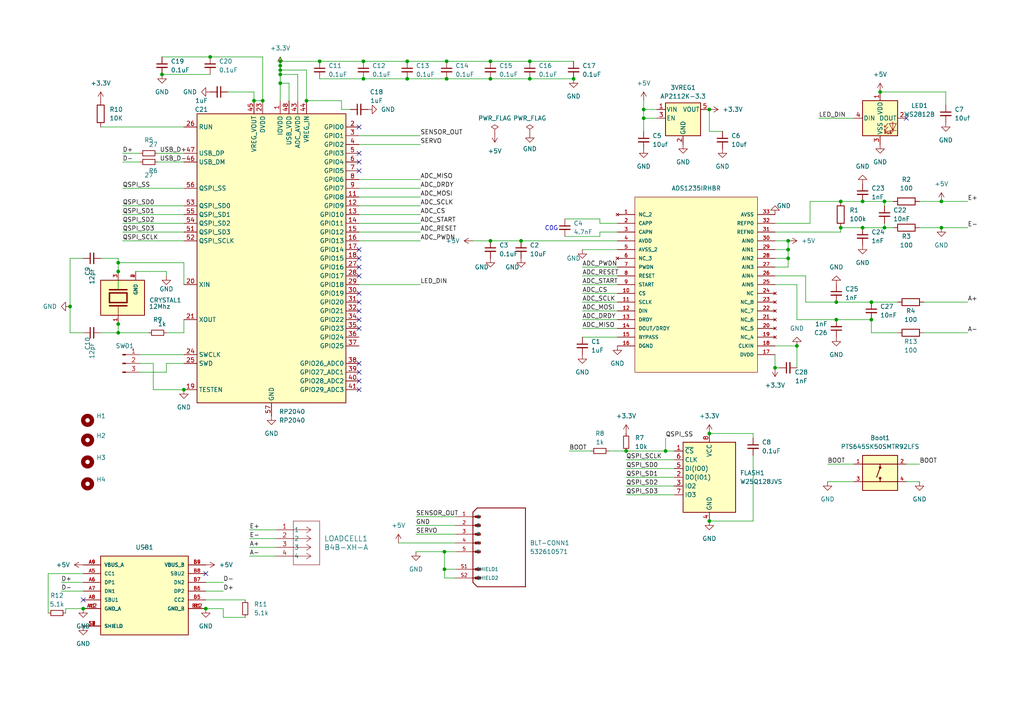
<source format=kicad_sch>
(kicad_sch (version 20230121) (generator eeschema)
  (paper "A4")
  (junction (at 205.74 31.75))
  (junction (at 34.29 93.98))
  (junction (at 118.11 17.78))
  (junction (at 81.28 21.59))
  (junction (at 252.73 92.71))
  (junction (at 193.04 130.81))
  (junction (at 142.24 69.85))
  (junction (at 88.9 29.21))
  (junction (at 142.24 17.78))
  (junction (at 53.34 113.03))
  (junction (at 34.29 76.2))
  (junction (at 73.66 29.21))
  (junction (at 273.05 66.04))
  (junction (at 46.99 21.59))
  (junction (at 224.79 106.68))
  (junction (at 186.69 34.29))
  (junction (at 242.57 87.63))
  (junction (at 81.28 24.13))
  (junction (at 92.71 17.78))
  (junction (at 81.28 17.78))
  (junction (at 250.19 58.42))
  (junction (at 153.67 22.86))
  (junction (at 151.13 69.85))
  (junction (at 81.28 20.32))
  (junction (at 128.905 160.02))
  (junction (at 105.41 22.86))
  (junction (at 34.29 78.74))
  (junction (at 60.96 16.51))
  (junction (at 256.54 66.04))
  (junction (at 129.54 22.86))
  (junction (at 243.84 58.42))
  (junction (at 205.74 151.13))
  (junction (at 118.11 22.86))
  (junction (at 166.37 22.86))
  (junction (at 76.2 29.21))
  (junction (at 129.54 17.78))
  (junction (at 34.29 96.52))
  (junction (at 128.905 165.1))
  (junction (at 228.6 69.85))
  (junction (at 228.6 74.93))
  (junction (at 153.67 17.78))
  (junction (at 255.27 26.67))
  (junction (at 231.14 100.33))
  (junction (at 228.6 72.39))
  (junction (at 105.41 17.78))
  (junction (at 20.32 88.9))
  (junction (at 24.13 176.53))
  (junction (at 252.73 87.63))
  (junction (at 81.28 19.05))
  (junction (at 59.69 176.53))
  (junction (at 250.19 66.04))
  (junction (at 205.74 125.73))
  (junction (at 142.24 22.86))
  (junction (at 181.61 130.81))
  (junction (at 273.05 58.42))
  (junction (at 242.57 92.71))
  (junction (at 256.54 58.42))
  (junction (at 186.69 31.75))
  (junction (at 243.84 66.04))
  (no_connect (at 104.14 77.47))
  (no_connect (at 104.14 107.95))
  (no_connect (at 104.14 80.01))
  (no_connect (at 104.14 49.53))
  (no_connect (at 104.14 85.09))
  (no_connect (at 104.14 95.25))
  (no_connect (at 104.14 92.71))
  (no_connect (at 104.14 87.63))
  (no_connect (at 24.13 173.99))
  (no_connect (at 104.14 74.93))
  (no_connect (at 104.14 113.03))
  (no_connect (at 104.14 105.41))
  (no_connect (at 59.69 166.37))
  (no_connect (at 262.89 34.29))
  (no_connect (at 104.14 44.45))
  (no_connect (at 104.14 110.49))
  (no_connect (at 104.14 36.83))
  (no_connect (at 104.14 72.39))
  (no_connect (at 104.14 46.99))
  (no_connect (at 104.14 90.17))
  (wire (pts (xy 99.06 31.75) (xy 99.06 29.21)))
  (wire (pts (xy 274.32 26.67) (xy 255.27 26.67)))
  (wire (pts (xy 86.36 29.21) (xy 86.36 21.59)))
  (wire (pts (xy 40.64 102.87) (xy 53.34 102.87)))
  (wire (pts (xy 104.14 54.61) (xy 121.92 54.61)))
  (wire (pts (xy 186.69 34.29) (xy 190.5 34.29)))
  (wire (pts (xy 252.73 87.63) (xy 260.35 87.63)))
  (wire (pts (xy 48.26 107.95) (xy 40.64 107.95)))
  (wire (pts (xy 35.56 46.99) (xy 40.64 46.99)))
  (wire (pts (xy 266.7 66.04) (xy 273.05 66.04)))
  (wire (pts (xy 34.29 78.74) (xy 34.29 83.82)))
  (wire (pts (xy 46.99 21.59) (xy 60.96 21.59)))
  (wire (pts (xy 46.99 16.51) (xy 60.96 16.51)))
  (wire (pts (xy 53.34 76.2) (xy 53.34 82.55)))
  (wire (pts (xy 73.66 26.67) (xy 73.66 29.21)))
  (wire (pts (xy 181.61 133.35) (xy 195.58 133.35)))
  (wire (pts (xy 104.14 41.91) (xy 121.92 41.91)))
  (wire (pts (xy 224.79 82.55) (xy 231.14 82.55)))
  (wire (pts (xy 243.84 67.31) (xy 243.84 66.04)))
  (wire (pts (xy 72.39 153.67) (xy 80.01 153.67)))
  (wire (pts (xy 205.74 38.1) (xy 205.74 31.75)))
  (wire (pts (xy 193.04 130.81) (xy 195.58 130.81)))
  (wire (pts (xy 256.54 58.42) (xy 259.08 58.42)))
  (wire (pts (xy 242.57 87.63) (xy 252.73 87.63)))
  (wire (pts (xy 72.39 156.21) (xy 80.01 156.21)))
  (wire (pts (xy 17.78 168.91) (xy 24.13 168.91)))
  (wire (pts (xy 104.14 64.77) (xy 121.92 64.77)))
  (wire (pts (xy 231.14 100.33) (xy 231.14 106.68)))
  (wire (pts (xy 64.77 176.53) (xy 59.69 176.53)))
  (wire (pts (xy 193.04 127) (xy 193.04 130.81)))
  (wire (pts (xy 168.91 80.01) (xy 179.07 80.01)))
  (wire (pts (xy 256.54 58.42) (xy 256.54 59.69)))
  (wire (pts (xy 105.41 17.78) (xy 118.11 17.78)))
  (wire (pts (xy 104.14 62.23) (xy 121.92 62.23)))
  (wire (pts (xy 228.6 77.47) (xy 228.6 74.93)))
  (wire (pts (xy 173.99 67.31) (xy 179.07 67.31)))
  (wire (pts (xy 92.71 17.78) (xy 81.28 17.78)))
  (wire (pts (xy 40.64 105.41) (xy 44.45 105.41)))
  (wire (pts (xy 250.19 66.04) (xy 256.54 66.04)))
  (wire (pts (xy 224.79 102.87) (xy 224.79 106.68)))
  (wire (pts (xy 83.82 24.13) (xy 81.28 24.13)))
  (wire (pts (xy 168.91 97.79) (xy 179.07 97.79)))
  (wire (pts (xy 45.72 44.45) (xy 53.34 44.45)))
  (wire (pts (xy 153.67 17.78) (xy 166.37 17.78)))
  (wire (pts (xy 34.29 91.44) (xy 34.29 93.98)))
  (wire (pts (xy 228.6 74.93) (xy 228.6 72.39)))
  (wire (pts (xy 19.05 176.53) (xy 24.13 176.53)))
  (wire (pts (xy 76.2 16.51) (xy 60.96 16.51)))
  (wire (pts (xy 105.41 22.86) (xy 118.11 22.86)))
  (wire (pts (xy 76.2 16.51) (xy 76.2 29.21)))
  (wire (pts (xy 120.65 152.4) (xy 132.08 152.4)))
  (wire (pts (xy 224.79 67.31) (xy 243.84 67.31)))
  (wire (pts (xy 48.26 105.41) (xy 48.26 107.95)))
  (wire (pts (xy 81.28 16.51) (xy 81.28 17.78)))
  (wire (pts (xy 59.69 171.45) (xy 64.77 171.45)))
  (wire (pts (xy 81.28 21.59) (xy 81.28 24.13)))
  (wire (pts (xy 151.13 69.85) (xy 179.07 69.85)))
  (wire (pts (xy 262.89 139.7) (xy 266.7 139.7)))
  (wire (pts (xy 44.45 113.03) (xy 53.34 113.03)))
  (wire (pts (xy 233.68 80.01) (xy 233.68 87.63)))
  (wire (pts (xy 233.68 87.63) (xy 242.57 87.63)))
  (wire (pts (xy 104.14 57.15) (xy 121.92 57.15)))
  (wire (pts (xy 48.26 96.52) (xy 53.34 96.52)))
  (wire (pts (xy 237.49 34.29) (xy 247.65 34.29)))
  (wire (pts (xy 104.14 52.07) (xy 121.92 52.07)))
  (wire (pts (xy 118.11 17.78) (xy 129.54 17.78)))
  (wire (pts (xy 168.91 85.09) (xy 179.07 85.09)))
  (wire (pts (xy 186.69 29.21) (xy 186.69 31.75)))
  (wire (pts (xy 88.9 20.32) (xy 81.28 20.32)))
  (wire (pts (xy 260.35 96.52) (xy 252.73 96.52)))
  (wire (pts (xy 181.61 130.81) (xy 193.04 130.81)))
  (wire (pts (xy 53.34 96.52) (xy 53.34 92.71)))
  (wire (pts (xy 35.56 44.45) (xy 40.64 44.45)))
  (wire (pts (xy 73.66 29.21) (xy 76.2 29.21)))
  (wire (pts (xy 224.79 77.47) (xy 228.6 77.47)))
  (wire (pts (xy 48.26 105.41) (xy 53.34 105.41)))
  (wire (pts (xy 99.06 29.21) (xy 88.9 29.21)))
  (wire (pts (xy 234.95 64.77) (xy 234.95 58.42)))
  (wire (pts (xy 120.65 149.86) (xy 132.08 149.86)))
  (wire (pts (xy 92.71 22.86) (xy 105.41 22.86)))
  (wire (pts (xy 273.05 58.42) (xy 280.67 58.42)))
  (wire (pts (xy 35.56 62.23) (xy 53.34 62.23)))
  (wire (pts (xy 17.78 171.45) (xy 24.13 171.45)))
  (wire (pts (xy 104.14 82.55) (xy 121.92 82.55)))
  (wire (pts (xy 128.905 160.02) (xy 132.08 160.02)))
  (wire (pts (xy 19.05 177.8) (xy 19.05 176.53)))
  (wire (pts (xy 34.29 76.2) (xy 34.29 78.74)))
  (wire (pts (xy 224.79 72.39) (xy 228.6 72.39)))
  (wire (pts (xy 250.19 58.42) (xy 256.54 58.42)))
  (wire (pts (xy 29.21 74.93) (xy 34.29 74.93)))
  (wire (pts (xy 240.03 134.62) (xy 247.65 134.62)))
  (wire (pts (xy 48.26 78.74) (xy 39.37 78.74)))
  (wire (pts (xy 266.7 58.42) (xy 273.05 58.42)))
  (wire (pts (xy 181.61 138.43) (xy 195.58 138.43)))
  (wire (pts (xy 186.69 31.75) (xy 190.5 31.75)))
  (wire (pts (xy 252.73 96.52) (xy 252.73 92.71)))
  (wire (pts (xy 142.24 17.78) (xy 153.67 17.78)))
  (wire (pts (xy 137.16 69.85) (xy 142.24 69.85)))
  (wire (pts (xy 45.72 46.99) (xy 53.34 46.99)))
  (wire (pts (xy 224.79 74.93) (xy 228.6 74.93)))
  (wire (pts (xy 262.89 134.62) (xy 266.7 134.62)))
  (wire (pts (xy 209.55 38.1) (xy 205.74 38.1)))
  (wire (pts (xy 165.1 130.81) (xy 171.45 130.81)))
  (wire (pts (xy 88.9 29.21) (xy 88.9 20.32)))
  (wire (pts (xy 186.69 31.75) (xy 186.69 34.29)))
  (wire (pts (xy 104.14 39.37) (xy 121.92 39.37)))
  (wire (pts (xy 104.14 69.85) (xy 121.92 69.85)))
  (wire (pts (xy 181.61 135.89) (xy 195.58 135.89)))
  (wire (pts (xy 120.65 160.02) (xy 128.905 160.02)))
  (wire (pts (xy 231.14 82.55) (xy 231.14 92.71)))
  (wire (pts (xy 168.91 92.71) (xy 179.07 92.71)))
  (wire (pts (xy 243.84 66.04) (xy 250.19 66.04)))
  (wire (pts (xy 228.6 72.39) (xy 228.6 69.85)))
  (wire (pts (xy 132.08 167.64) (xy 128.905 167.64)))
  (wire (pts (xy 115.57 157.48) (xy 132.08 157.48)))
  (wire (pts (xy 81.28 19.05) (xy 81.28 20.32)))
  (wire (pts (xy 81.28 24.13) (xy 81.28 29.21)))
  (wire (pts (xy 224.79 64.77) (xy 234.95 64.77)))
  (wire (pts (xy 218.44 132.08) (xy 218.44 151.13)))
  (wire (pts (xy 59.69 173.99) (xy 71.12 173.99)))
  (wire (pts (xy 168.91 95.25) (xy 179.07 95.25)))
  (wire (pts (xy 274.32 30.48) (xy 274.32 26.67)))
  (wire (pts (xy 34.29 96.52) (xy 29.21 96.52)))
  (wire (pts (xy 129.54 17.78) (xy 142.24 17.78)))
  (wire (pts (xy 267.97 96.52) (xy 280.67 96.52)))
  (wire (pts (xy 72.39 161.29) (xy 80.01 161.29)))
  (wire (pts (xy 48.26 80.01) (xy 48.26 78.74)))
  (wire (pts (xy 181.61 140.97) (xy 195.58 140.97)))
  (wire (pts (xy 273.05 66.04) (xy 280.67 66.04)))
  (wire (pts (xy 128.905 165.1) (xy 132.08 165.1)))
  (wire (pts (xy 173.99 63.5) (xy 163.83 63.5)))
  (wire (pts (xy 128.905 160.02) (xy 128.905 165.1)))
  (wire (pts (xy 35.56 67.31) (xy 53.34 67.31)))
  (wire (pts (xy 20.32 96.52) (xy 20.32 88.9)))
  (wire (pts (xy 186.69 34.29) (xy 186.69 38.1)))
  (wire (pts (xy 24.13 74.93) (xy 20.32 74.93)))
  (wire (pts (xy 168.91 90.17) (xy 179.07 90.17)))
  (wire (pts (xy 72.39 158.75) (xy 80.01 158.75)))
  (wire (pts (xy 179.07 64.77) (xy 173.99 64.77)))
  (wire (pts (xy 24.13 96.52) (xy 20.32 96.52)))
  (wire (pts (xy 34.29 93.98) (xy 34.29 96.52)))
  (wire (pts (xy 168.91 87.63) (xy 179.07 87.63)))
  (wire (pts (xy 101.6 31.75) (xy 99.06 31.75)))
  (wire (pts (xy 173.99 64.77) (xy 173.99 63.5)))
  (wire (pts (xy 176.53 130.81) (xy 181.61 130.81)))
  (wire (pts (xy 224.79 100.33) (xy 231.14 100.33)))
  (wire (pts (xy 256.54 66.04) (xy 259.08 66.04)))
  (wire (pts (xy 128.905 165.1) (xy 128.905 167.64)))
  (wire (pts (xy 29.21 36.83) (xy 53.34 36.83)))
  (wire (pts (xy 35.56 54.61) (xy 53.34 54.61)))
  (wire (pts (xy 181.61 143.51) (xy 195.58 143.51)))
  (wire (pts (xy 34.29 74.93) (xy 34.29 76.2)))
  (wire (pts (xy 20.32 74.93) (xy 20.32 88.9)))
  (wire (pts (xy 153.67 22.86) (xy 166.37 22.86)))
  (wire (pts (xy 13.97 166.37) (xy 13.97 177.8)))
  (wire (pts (xy 224.79 106.68) (xy 226.06 106.68)))
  (wire (pts (xy 53.34 76.2) (xy 34.29 76.2)))
  (wire (pts (xy 168.91 77.47) (xy 179.07 77.47)))
  (wire (pts (xy 92.71 17.78) (xy 105.41 17.78)))
  (wire (pts (xy 34.29 96.52) (xy 43.18 96.52)))
  (wire (pts (xy 243.84 58.42) (xy 250.19 58.42)))
  (wire (pts (xy 24.13 166.37) (xy 13.97 166.37)))
  (wire (pts (xy 224.79 69.85) (xy 228.6 69.85)))
  (wire (pts (xy 224.79 80.01) (xy 233.68 80.01)))
  (wire (pts (xy 44.45 105.41) (xy 44.45 113.03)))
  (wire (pts (xy 242.57 92.71) (xy 252.73 92.71)))
  (wire (pts (xy 142.24 22.86) (xy 153.67 22.86)))
  (wire (pts (xy 168.91 72.39) (xy 179.07 72.39)))
  (wire (pts (xy 118.11 22.86) (xy 129.54 22.86)))
  (wire (pts (xy 35.56 69.85) (xy 53.34 69.85)))
  (wire (pts (xy 104.14 59.69) (xy 121.92 59.69)))
  (wire (pts (xy 83.82 29.21) (xy 83.82 24.13)))
  (wire (pts (xy 81.28 20.32) (xy 81.28 21.59)))
  (wire (pts (xy 173.99 68.58) (xy 173.99 67.31)))
  (wire (pts (xy 218.44 127) (xy 218.44 125.73)))
  (wire (pts (xy 120.65 154.94) (xy 132.08 154.94)))
  (wire (pts (xy 71.12 179.07) (xy 64.77 179.07)))
  (wire (pts (xy 234.95 58.42) (xy 243.84 58.42)))
  (wire (pts (xy 104.14 67.31) (xy 121.92 67.31)))
  (wire (pts (xy 168.91 82.55) (xy 179.07 82.55)))
  (wire (pts (xy 35.56 64.77) (xy 53.34 64.77)))
  (wire (pts (xy 240.03 139.7) (xy 247.65 139.7)))
  (wire (pts (xy 231.14 92.71) (xy 242.57 92.71)))
  (wire (pts (xy 64.77 179.07) (xy 64.77 176.53)))
  (wire (pts (xy 142.24 69.85) (xy 151.13 69.85)))
  (wire (pts (xy 218.44 125.73) (xy 205.74 125.73)))
  (wire (pts (xy 163.83 68.58) (xy 173.99 68.58)))
  (wire (pts (xy 129.54 22.86) (xy 142.24 22.86)))
  (wire (pts (xy 218.44 151.13) (xy 205.74 151.13)))
  (wire (pts (xy 86.36 21.59) (xy 81.28 21.59)))
  (wire (pts (xy 59.69 168.91) (xy 64.77 168.91)))
  (wire (pts (xy 81.28 17.78) (xy 81.28 19.05)))
  (wire (pts (xy 66.04 26.67) (xy 73.66 26.67)))
  (wire (pts (xy 267.97 87.63) (xy 280.67 87.63)))
  (wire (pts (xy 35.56 59.69) (xy 53.34 59.69)))
  (wire (pts (xy 256.54 66.04) (xy 256.54 64.77)))
  (text "C0G\n" (at 157.9639 67.0625 0) (effects (font (size 1.27 1.27)) (justify left bottom)))
  (label "ADC_MOSI" (at 121.92 57.15 0))
  (label "E-" (at 280.67 66.04 0))
  (label "D-" (at 17.78 171.45 0))
  (label "LED_DIN" (at 237.49 34.29 0))
  (label "E-" (at 72.39 156.21 0))
  (label "ADC_MISO" (at 121.92 52.07 0))
  (label "GND" (at 120.65 152.4 0))
  (label "E+" (at 280.67 58.42 0))
  (label "D-" (at 64.77 168.91 0))
  (label "ADC_DRDY" (at 121.92 54.61 0))
  (label "D+" (at 35.56 44.45 0))
  (label "QSPI_SD2" (at 181.61 140.97 0))
  (label "USB_D-" (at 46.355 46.99 0))
  (label "ADC_SCLK" (at 121.92 59.69 0))
  (label "ADC_MOSI" (at 168.91 90.17 0))
  (label "QSPI_SD1" (at 181.61 138.43 0))
  (label "QSPI_SD3" (at 35.56 67.31 0))
  (label "QSPI_SD2" (at 35.56 64.77 0))
  (label "SERVO" (at 120.65 154.94 0))
  (label "D+" (at 17.78 168.91 0))
  (label "USB_D+" (at 46.355 44.45 0))
  (label "BOOT" (at 165.1 130.81 0))
  (label "BOOT" (at 240.03 134.62 0))
  (label "A+" (at 72.39 158.75 0))
  (label "QSPI_SS" (at 35.56 54.61 0))
  (label "ADC_CS" (at 121.92 62.23 0))
  (label "D-" (at 35.56 46.99 0))
  (label "ADC_PWDN" (at 168.91 77.47 0))
  (label "ADC_SCLK" (at 168.91 87.63 0))
  (label "ADC_CS" (at 168.91 85.09 0))
  (label "QSPI_SD0" (at 35.56 59.69 0))
  (label "QSPI_SCLK" (at 35.56 69.85 0))
  (label "BOOT" (at 266.7 134.62 0))
  (label "SENSOR_OUT" (at 120.65 149.86 0))
  (label "ADC_MISO" (at 168.91 95.25 0))
  (label "QSPI_SD0" (at 181.61 135.89 0))
  (label "QSPI_SS" (at 193.04 127 0))
  (label "A+" (at 280.67 87.63 0))
  (label "SENSOR_OUT" (at 121.92 39.37 0))
  (label "A-" (at 72.39 161.29 0))
  (label "ADC_PWDN" (at 121.92 69.85 0))
  (label "ADC_START" (at 168.91 82.55 0))
  (label "ADC_RESET" (at 121.92 67.31 0))
  (label "A-" (at 280.67 96.52 0))
  (label "QSPI_SD3" (at 181.61 143.51 0))
  (label "D+" (at 64.77 171.45 0))
  (label "QSPI_SD1" (at 35.56 62.23 0))
  (label "ADC_START" (at 121.92 64.77 0))
  (label "LED_DIN" (at 121.92 82.55 0))
  (label "SERVO" (at 121.92 41.91 0))
  (label "QSPI_SCLK" (at 181.61 133.35 0))
  (label "ADC_RESET" (at 168.91 80.01 0))
  (label "E+" (at 72.39 153.67 0))
  (label "ADC_DRDY" (at 168.91 92.71 0))
  (symbol (lib_id "Device:C_Small") (at 166.37 20.32 0) (unit 1)
    (property "Reference" "C17" (at 168.91 19.0563 0) (effects (justify left)))
    (property "Value" "0.1uF" (at 168.91 21.5963 0) (effects (justify left)))
    (property "Footprint" "Capacitor_SMD:C_0805_2012Metric_Pad1.18x1.45mm_HandSolder" (effects hide))
    (property "DigiKey_Part_Number" "311-1858-1-ND" (effects hide))
  )
  (symbol (lib_id "power:GND") (at 153.67 38.735 0) (unit 1)
    (property "Reference" "#PWR040" (effects hide))
    (property "Value" "GND" (at 153.67 43.18 0))
  )
  (symbol (lib_id "power:GND") (at 78.74 120.65 0) (unit 1)
    (property "Reference" "#PWR029" (effects hide))
    (property "Value" "GND" (at 78.74 125.73 0))
  )
  (symbol (lib_id "power:GND") (at 242.57 82.55 180) (unit 1)
    (property "Reference" "#PWR047" (effects hide))
    (property "Value" "GND" (at 242.57 77.47 0))
  )
  (symbol (lib_id "power:PWR_FLAG") (at 143.51 38.735 0) (unit 1)
    (property "Reference" "#FLG02" (effects hide))
    (property "Value" "PWR_FLAG" (at 143.51 34.29 0))
  )
  (symbol (lib_id "USB4145-03-0170-C_REVA2:USB4145-03-0170-C_REVA2") (at 41.91 171.45 0) (unit 1)
    (property "Reference" "USB1" (at 41.91 158.75 0))
    (property "Value" "~" (at 41.91 158.75 0))
    (property "Footprint" "USB4145-03-0170-C_REVA2:GCT_USB4145-03-0170-C_REVA2" (effects hide))
    (property "MF" "Global Connector Technology" (effects hide))
    (property "MAXIMUM_PACKAGE_HEIGHT" "7.66mm" (effects hide))
    (property "Package" "None" (effects hide))
    (property "Price" "None" (effects hide))
    (property "Check_prices" "https://www.snapeda.com/parts/USB4145-03-0170-C/Global+Connector+Technology/view-part/?ref=eda" (effects hide))
    (property "STANDARD" "Manufacturer Recommendations" (effects hide))
    (property "PARTREV" "A2" (effects hide))
    (property "SnapEDA_Link" "https://www.snapeda.com/parts/USB4145-03-0170-C/Global+Connector+Technology/view-part/?ref=snap" (effects hide))
    (property "MP" "USB4145-03-0170-C" (effects hide))
    (property "Description" "\nType C USB 2.0 Connector\n" (effects hide))
    (property "MANUFACTURER" "GCT" (effects hide))
    (property "Availability" "In Stock" (effects hide))
    (property "SNAPEDA_PN" "USB4145-03-0170-C" (effects hide))
    (property "DigiKey_Part_Number" "2073-USB4145-03-0170-CCT-ND" (effects hide))
  )
  (symbol (lib_id "Device:R") (at 264.16 96.52 90) (unit 1)
    (property "Reference" "R13" (at 264.16 99.06 90))
    (property "Value" "100" (at 264.16 101.6 90))
    (property "Footprint" "Resistor_SMD:R_0805_2012Metric_Pad1.20x1.40mm_HandSolder" (effects hide))
    (property "DigiKey_Part_Number" "311-100CRCT-ND" (effects hide))
  )
  (symbol (lib_id "Device:C_Small") (at 274.32 33.02 0) (unit 1)
    (property "Reference" "C7" (at 276.86 31.7563 0) (effects (justify left)))
    (property "Value" "10uf" (at 276.86 34.2963 0) (effects (justify left)))
    (property "Footprint" "Capacitor_SMD:C_0805_2012Metric_Pad1.18x1.45mm_HandSolder" (effects hide))
    (property "DigiKey_Part_Number" "399-C0805C106J8RACAUTO7210CT-ND" (effects hide))
  )
  (symbol (lib_id "power:GND") (at 59.69 176.53 0) (unit 1)
    (property "Reference" "#PWR045" (effects hide))
    (property "Value" "GND" (at 59.69 181.61 0))
  )
  (symbol (lib_id "Device:R") (at 243.84 62.23 0) (unit 1)
    (property "Reference" "R1" (at 246.38 60.96 0) (effects (justify left)))
    (property "Value" "100k" (at 246.38 63.5 0) (effects (justify left)))
    (property "Footprint" "Resistor_SMD:R_0805_2012Metric_Pad1.20x1.40mm_HandSolder" (effects hide))
    (property "DigiKey_Part_Number" "13-RC0805FR-13100KLCT-ND" (effects hide))
  )
  (symbol (lib_id "Device:C_Small") (at 218.44 129.54 0) (unit 1)
    (property "Reference" "C8" (at 220.98 128.2763 0) (effects (justify left)))
    (property "Value" "0.1uF" (at 220.98 130.8163 0) (effects (justify left)))
    (property "Footprint" "Capacitor_SMD:C_0805_2012Metric_Pad1.18x1.45mm_HandSolder" (effects hide))
    (property "DigiKey_Part_Number" "311-1858-1-ND" (effects hide))
  )
  (symbol (lib_id "Device:R") (at 29.21 33.02 0) (unit 1)
    (property "Reference" "R10" (at 31.75 31.75 0) (effects (justify left)))
    (property "Value" "10K" (at 31.75 34.29 0) (effects (justify left)))
    (property "Footprint" "Resistor_SMD:R_0805_2012Metric_Pad1.20x1.40mm_HandSolder" (effects hide))
    (property "DigiKey_Part_Number" "311-10.0KCRCT-ND" (effects hide))
  )
  (symbol (lib_id "power:+3.3V") (at 205.74 125.73 0) (unit 1)
    (property "Reference" "#PWR023" (effects hide))
    (property "Value" "+3.3V" (at 205.74 120.65 0))
  )
  (symbol (lib_id "Device:C_Small") (at 142.24 20.32 0) (unit 1)
    (property "Reference" "C15" (at 144.78 19.0563 0) (effects (justify left)))
    (property "Value" "0.1uF" (at 144.78 21.5963 0) (effects (justify left)))
    (property "Footprint" "Capacitor_SMD:C_0805_2012Metric_Pad1.18x1.45mm_HandSolder" (effects hide))
    (property "DigiKey_Part_Number" "311-1858-1-ND" (effects hide))
  )
  (symbol (lib_id "power:+5V") (at 137.16 69.85 90) (unit 1)
    (property "Reference" "#PWR09" (effects hide))
    (property "Value" "+5V" (at 133.35 69.85 90) (effects (justify left)))
  )
  (symbol (lib_id "Device:C_Small") (at 163.83 66.04 0) (unit 1)
    (property "Reference" "C4" (at 166.37 64.7763 0) (effects (justify left)))
    (property "Value" "4.7nF" (at 166.37 67.3163 0) (effects (justify left)))
    (property "Footprint" "Capacitor_SMD:C_0805_2012Metric_Pad1.18x1.45mm_HandSolder" (effects hide))
    (property "DigiKey_Part_Number" "399-C0805C472F5GEC7800CT-ND" (effects hide))
  )
  (symbol (lib_id "Device:R_Small") (at 45.72 96.52 90) (unit 1)
    (property "Reference" "R9" (at 45.72 92.71 90))
    (property "Value" "1k" (at 46.99 93.98 90))
    (property "Footprint" "Resistor_SMD:R_0805_2012Metric_Pad1.20x1.40mm_HandSolder" (effects hide))
    (property "DigiKey_Part_Number" "311-1.00KCRCT-ND" (effects hide))
  )
  (symbol (lib_id "Device:R") (at 264.16 87.63 90) (unit 1)
    (property "Reference" "R4" (at 264.16 90.17 90))
    (property "Value" "100" (at 264.16 92.71 90))
    (property "Footprint" "Resistor_SMD:R_0805_2012Metric_Pad1.20x1.40mm_HandSolder" (effects hide))
    (property "DigiKey_Part_Number" "311-100CRCT-ND" (effects hide))
  )
  (symbol (lib_id "power:GND") (at 198.12 41.91 0) (unit 1)
    (property "Reference" "#PWR02" (effects hide))
    (property "Value" "GND" (at 198.12 46.99 0))
  )
  (symbol (lib_id "Device:C_Small") (at 168.91 100.33 0) (unit 1)
    (property "Reference" "C1" (at 171.45 99.0663 0) (effects (justify left)))
    (property "Value" "1uF" (at 171.45 101.6063 0) (effects (justify left)))
    (property "Footprint" "Capacitor_SMD:C_0805_2012Metric_Pad1.18x1.45mm_HandSolder" (effects hide))
    (property "DigiKey_Part_Number" "311-3498-1-ND" (effects hide))
  )
  (symbol (lib_id "power:GND") (at 168.91 72.39 0) (unit 1)
    (property "Reference" "#PWR06" (effects hide))
    (property "Value" "GND" (at 166.37 74.93 0))
  )
  (symbol (lib_id "Device:C_Small") (at 153.67 20.32 0) (unit 1)
    (property "Reference" "C16" (at 156.21 19.0563 0) (effects (justify left)))
    (property "Value" "0.1uF" (at 156.21 21.5963 0) (effects (justify left)))
    (property "Footprint" "Capacitor_SMD:C_0805_2012Metric_Pad1.18x1.45mm_HandSolder" (effects hide))
    (property "DigiKey_Part_Number" "311-1858-1-ND" (effects hide))
  )
  (symbol (lib_id "Device:C_Small") (at 151.13 72.39 0) (unit 1)
    (property "Reference" "C2" (at 153.67 71.1263 0) (effects (justify left)))
    (property "Value" "10uF" (at 153.67 73.6663 0) (effects (justify left)))
    (property "Footprint" "Capacitor_SMD:C_0805_2012Metric_Pad1.18x1.45mm_HandSolder" (effects hide))
    (property "DigiKey_Part_Number" "399-C0805C106J8RACAUTO7210CT-ND" (effects hide))
  )
  (symbol (lib_id "Memory_Flash:W25Q128JVS") (at 205.74 138.43 0) (unit 1)
    (property "Reference" "FLASH1" (at 214.63 137.16 0) (effects (justify left)))
    (property "Value" "W25Q128JVS" (at 214.63 139.7 0) (effects (justify left)))
    (property "Footprint" "Package_SO:SOIC-8_5.23x5.23mm_P1.27mm" (effects hide))
    (property "Datasheet" "http://www.winbond.com/resource-files/w25q128jv_dtr%20revc%2003272018%20plus.pdf" (effects hide))
    (property "DigiKey_Part_Number" "W25Q128JVSIQCT-ND" (effects hide))
  )
  (symbol (lib_id "0532610471:532610571") (at 144.78 157.48 0) (unit 1)
    (property "Reference" "BLT-CONN1" (at 153.67 157.48 0) (effects (justify left)))
    (property "Value" "532610571" (at 153.67 160.02 0) (effects (justify left)))
    (property "Footprint" "MolexPicoBlade:MOLEX_532610571" (effects hide))
    (property "DigiKey_Part_Number" "WM7623CT-ND" (effects hide))
    (property "SnapEDA_Link" "https://www.snapeda.com/parts/53261-0571/Molex/view-part/?ref=snap" (effects hide))
    (property "MAXIMUM_PACKAGE_HEIGHT" "3.4 mm" (effects hide))
    (property "Package" "None" (effects hide))
    (property "Check_prices" "https://www.snapeda.com/parts/53261-0571/Molex/view-part/?ref=eda" (effects hide))
    (property "STANDARD" "Manufacturer Recommendations" (effects hide))
    (property "PARTREV" "J" (effects hide))
    (property "MF" "Molex" (effects hide))
    (property "MP" "53261-0571" (effects hide))
    (property "Description" "\nConn; Rect; Header; 1.25 mm Pitch; PCB; 5 Cir; Rt Angle; SMT; PicoBlade; Tin; LF | Molex Incorporated 53261-0571\n" (effects hide))
    (property "MANUFACTURER" "Molex" (effects hide))
  )
  (symbol (lib_id "Device:C_Small") (at 256.54 62.23 0) (unit 1)
    (property "Reference" "C22" (at 259.08 60.9663 0) (effects (justify left)))
    (property "Value" "10nF" (at 259.08 63.5063 0) (effects (justify left)))
    (property "Footprint" "Capacitor_SMD:C_0805_2012Metric_Pad1.18x1.45mm_HandSolder" (effects hide))
    (property "DigiKey_Part_Number" "399-C0805C103J5GEC7800CT-ND" (effects hide))
  )
  (symbol (lib_id "Connector:Conn_01x03_Pin") (at 35.56 105.41 0) (unit 1)
    (property "Reference" "SWD1" (at 36.195 100.33 0))
    (property "Value" "~" (at 36.195 100.33 0))
    (property "Footprint" "Connector_JST:JST_SH_SM03B-SRSS-TB_1x03-1MP_P1.00mm_Horizontal" (effects hide))
    (property "DigiKey_Part_Number" "455-SM03B-SRSS-TBCT-ND" (effects hide))
  )
  (symbol (lib_id "Device:R_Small") (at 173.99 130.81 90) (unit 1)
    (property "Reference" "R8" (at 173.99 125.73 90))
    (property "Value" "1k" (at 173.99 128.27 90))
    (property "Footprint" "Resistor_SMD:R_0805_2012Metric_Pad1.20x1.40mm_HandSolder" (effects hide))
    (property "DigiKey_Part_Number" "311-1.00KCRCT-ND" (effects hide))
  )
  (symbol (lib_id "power:GND") (at 53.34 113.03 0) (unit 1)
    (property "Reference" "#PWR038" (effects hide))
    (property "Value" "GND" (at 53.34 118.11 0))
  )
  (symbol (lib_id "2023-11-18_16-50-05:B4B-XH-A") (at 80.01 153.67 0) (unit 1)
    (property "Reference" "LOADCELL1" (at 93.98 156.21 0) (effects (font (size 1.524 1.524)) (justify left)))
    (property "Value" "B4B-XH-A" (at 93.98 158.75 0) (effects (font (size 1.524 1.524)) (justify left)))
    (property "Footprint" "Connector_JST:JST_XH_B4B-XH-A_1x04_P2.50mm_Vertical" (effects hide))
  )
  (symbol (lib_id "power:GND") (at 168.91 102.87 0) (unit 1)
    (property "Reference" "#PWR05" (effects hide))
    (property "Value" "GND" (at 168.91 107.95 0))
  )
  (symbol (lib_id "power:+5V") (at 228.6 69.85 270) (unit 1)
    (property "Reference" "#PWR011" (effects hide))
    (property "Value" "+5V" (at 232.41 69.85 90) (effects (justify left)))
  )
  (symbol (lib_id "power:+3.3V") (at 181.61 125.73 0) (unit 1)
    (property "Reference" "#PWR024" (effects hide))
    (property "Value" "+3.3V" (at 181.61 120.65 0))
  )
  (symbol (lib_id "Device:C_Small") (at 60.96 19.05 0) (unit 1)
    (property "Reference" "C20" (at 63.5 17.7863 0) (effects (justify left)))
    (property "Value" "0.1uF" (at 63.5 20.3263 0) (effects (justify left)))
    (property "Footprint" "Capacitor_SMD:C_0805_2012Metric_Pad1.18x1.45mm_HandSolder" (effects hide))
    (property "DigiKey_Part_Number" "311-1858-1-ND" (effects hide))
  )
  (symbol (lib_id "power:GND") (at 179.07 100.33 0) (unit 1)
    (property "Reference" "#PWR04" (effects hide))
    (property "Value" "GND" (at 179.07 105.41 0))
  )
  (symbol (lib_id "Device:R_Small") (at 16.51 177.8 90) (unit 1)
    (property "Reference" "R12" (at 16.51 172.72 90))
    (property "Value" "5.1k" (at 16.51 175.26 90))
    (property "Footprint" "Resistor_SMD:R_0805_2012Metric_Pad1.20x1.40mm_HandSolder" (effects hide))
    (property "DigiKey_Part_Number" "311-5.10KCRCT-ND" (effects hide))
  )
  (symbol (lib_id "Device:C_Small") (at 228.6 106.68 90) (unit 1)
    (property "Reference" "C28" (at 232.41 107.95 90))
    (property "Value" "1nF" (at 232.41 110.49 90))
    (property "Footprint" "Capacitor_SMD:C_0805_2012Metric_Pad1.18x1.45mm_HandSolder" (effects hide))
    (property "DigiKey_Part_Number" "399-17883-1-ND" (effects hide))
  )
  (symbol (lib_id "Device:C_Small") (at 63.5 26.67 270) (unit 1)
    (property "Reference" "C21" (at 58.42 31.75 90))
    (property "Value" "1uF" (at 58.42 29.21 90))
    (property "Footprint" "Capacitor_SMD:C_0805_2012Metric_Pad1.18x1.45mm_HandSolder" (effects hide))
    (property "DigiKey_Part_Number" "311-3498-1-ND" (effects hide))
  )
  (symbol (lib_id "Device:C_Small") (at 209.55 40.64 0) (unit 1)
    (property "Reference" "C6" (at 212.09 39.3763 0) (effects (justify left)))
    (property "Value" "10uf" (at 212.09 41.9163 0) (effects (justify left)))
    (property "Footprint" "Capacitor_SMD:C_0805_2012Metric_Pad1.18x1.45mm_HandSolder" (effects hide))
    (property "DigiKey_Part_Number" "399-C0805C106J8RACAUTO7210CT-ND" (effects hide))
  )
  (symbol (lib_id "power:GND") (at 60.96 26.67 270) (unit 1)
    (property "Reference" "#PWR036" (effects hide))
    (property "Value" "GND" (at 57.15 26.67 90) (effects (justify right)))
  )
  (symbol (lib_id "LED:WS2812B") (at 255.27 34.29 0) (unit 1)
    (property "Reference" "LED1" (at 266.7 30.6421 0))
    (property "Value" "WS2812B" (at 266.7 33.1821 0))
    (property "Footprint" "LED_SMD:LED_WS2812B_PLCC4_5.0x5.0mm_P3.2mm" (effects hide))
    (property "Datasheet" "https://cdn-shop.adafruit.com/datasheets/WS2812B.pdf" (effects hide))
    (property "DigiKey_Part_Number" "WS2812B" (effects hide))
  )
  (symbol (lib_id "Device:C_Small") (at 250.19 55.88 0) (unit 1)
    (property "Reference" "C23" (at 252.73 54.6163 0) (effects (justify left)))
    (property "Value" "1nF" (at 252.73 57.1563 0) (effects (justify left)))
    (property "Footprint" "Capacitor_SMD:C_0805_2012Metric_Pad1.18x1.45mm_HandSolder" (effects hide))
    (property "DigiKey_Part_Number" "399-17883-1-ND" (effects hide))
  )
  (symbol (lib_id "power:GND") (at 209.55 43.18 0) (unit 1)
    (property "Reference" "#PWR015" (effects hide))
    (property "Value" "GND" (at 209.55 48.26 0))
  )
  (symbol (lib_id "Mechanical:MountingHole") (at 25.4 127.635 0) (unit 1)
    (property "Reference" "H2" (at 27.94 126.365 0) (effects (justify left)))
    (property "Value" "MountingHole" (effects hide))
    (property "Footprint" "MountingHole:MountingHole_3.5mm" (effects hide))
  )
  (symbol (lib_id "Device:R_Small") (at 43.18 44.45 90) (unit 1)
    (property "Reference" "R5" (at 43.18 40.64 90))
    (property "Value" "27" (at 44.45 41.91 90))
    (property "Footprint" "Resistor_SMD:R_0805_2012Metric_Pad1.20x1.40mm_HandSolder" (effects hide))
    (property "DigiKey_Part_Number" "311-27.0CRCT-ND" (effects hide))
  )
  (symbol (lib_id "Device:R") (at 262.89 58.42 270) (unit 1)
    (property "Reference" "R2" (at 262.89 52.07 90))
    (property "Value" "100" (at 262.89 54.61 90))
    (property "Footprint" "Resistor_SMD:R_0805_2012Metric_Pad1.20x1.40mm_HandSolder" (effects hide))
    (property "DigiKey_Part_Number" "311-100CRCT-ND" (effects hide))
  )
  (symbol (lib_id "power:+5V") (at 115.57 157.48 0) (unit 1)
    (property "Reference" "#PWR031" (effects hide))
    (property "Value" "+5V" (at 115.57 152.4 0))
  )
  (symbol (lib_id "power:GND") (at 250.19 71.12 0) (unit 1)
    (property "Reference" "#PWR021" (effects hide))
    (property "Value" "GND" (at 250.19 76.2 0))
  )
  (symbol (lib_id "power:GND") (at 20.32 88.9 270) (unit 1)
    (property "Reference" "#PWR032" (effects hide))
    (property "Value" "GND" (at 16.51 88.9 90) (effects (justify right)))
  )
  (symbol (lib_id "Device:C_Small") (at 26.67 74.93 90) (unit 1)
    (property "Reference" "C9" (at 25.4 80.01 0) (effects (justify left)))
    (property "Value" "12pF" (at 26.67 82.55 0) (effects (justify left)))
    (property "Footprint" "Capacitor_SMD:C_0805_2012Metric_Pad1.18x1.45mm_HandSolder" (effects hide))
    (property "DigiKey_Part_Number" "399-C0805C120C5GAC7800CT-ND" (effects hide))
  )
  (symbol (lib_id "Device:C_Small") (at 252.73 90.17 0) (unit 1)
    (property "Reference" "C27" (at 255.27 88.9063 0) (effects (justify left)))
    (property "Value" "10nF" (at 255.27 91.4463 0) (effects (justify left)))
    (property "Footprint" "Capacitor_SMD:C_0805_2012Metric_Pad1.18x1.45mm_HandSolder" (effects hide))
    (property "DigiKey_Part_Number" "399-C0805C103J5GEC7800CT-ND" (effects hide))
  )
  (symbol (lib_id "power:+3.3V") (at 224.79 106.68 180) (unit 1)
    (property "Reference" "#PWR028" (effects hide))
    (property "Value" "+3.3V" (at 224.79 111.76 0))
  )
  (symbol (lib_id "power:+3.3V") (at 29.21 29.21 0) (unit 1)
    (property "Reference" "#PWR039" (effects hide))
    (property "Value" "+3.3V" (at 29.21 24.13 0))
  )
  (symbol (lib_id "power:GND") (at 255.27 41.91 0) (unit 1)
    (property "Reference" "#PWR016" (effects hide))
    (property "Value" "GND" (at 255.27 46.99 0))
  )
  (symbol (lib_id "power:GND") (at 240.03 139.7 0) (unit 1)
    (property "Reference" "#PWR019" (effects hide))
    (property "Value" "GND" (at 240.03 144.78 0))
  )
  (symbol (lib_id "power:GND") (at 48.26 80.01 0) (unit 1)
    (property "Reference" "#PWR042" (effects hide))
    (property "Value" "GND" (at 48.26 83.82 0))
  )
  (symbol (lib_id "Device:C_Small") (at 26.67 96.52 90) (unit 1)
    (property "Reference" "C10" (at 25.4 101.6 0) (effects (justify left)))
    (property "Value" "12pF" (at 26.67 104.14 0) (effects (justify left)))
    (property "Footprint" "Capacitor_SMD:C_0805_2012Metric_Pad1.18x1.45mm_HandSolder" (effects hide))
    (property "DigiKey_Part_Number" "399-C0805C120C5GAC7800CT-ND" (effects hide))
  )
  (symbol (lib_id "power:GND") (at 166.37 22.86 0) (unit 1)
    (property "Reference" "#PWR034" (effects hide))
    (property "Value" "GND" (at 166.37 27.94 0))
  )
  (symbol (lib_id "Mechanical:MountingHole") (at 25.4 121.92 0) (unit 1)
    (property "Reference" "H1" (at 27.94 120.65 0) (effects (justify left)))
    (property "Value" "MountingHole" (effects hide))
    (property "Footprint" "MountingHole:MountingHole_3.5mm" (effects hide))
  )
  (symbol (lib_id "power:GND") (at 24.13 176.53 0) (unit 1)
    (property "Reference" "#PWR044" (effects hide))
    (property "Value" "GND" (at 24.13 181.61 0))
  )
  (symbol (lib_id "Device:C_Small") (at 242.57 85.09 0) (unit 1)
    (property "Reference" "C25" (at 245.11 83.8263 0) (effects (justify left)))
    (property "Value" "1nF" (at 245.11 86.3663 0) (effects (justify left)))
    (property "Footprint" "Capacitor_SMD:C_0805_2012Metric_Pad1.18x1.45mm_HandSolder" (effects hide))
    (property "DigiKey_Part_Number" "399-17883-1-ND" (effects hide))
  )
  (symbol (lib_id "Device:C_Small") (at 242.57 95.25 180) (unit 1)
    (property "Reference" "C26" (at 240.03 96.5137 0) (effects (justify left)))
    (property "Value" "1nF" (at 240.03 93.9737 0) (effects (justify left)))
    (property "Footprint" "Capacitor_SMD:C_0805_2012Metric_Pad1.18x1.45mm_HandSolder" (effects hide))
    (property "DigiKey_Part_Number" "399-17883-1-ND" (effects hide))
  )
  (symbol (lib_id "MCU_RaspberryPi:RP2040") (at 78.74 74.93 0) (unit 1)
    (property "Reference" "RP2040" (at 80.9341 119.38 0) (effects (justify left)))
    (property "Value" "RP2040" (at 80.9341 121.92 0) (effects (justify left)))
    (property "Footprint" "Package_DFN_QFN:QFN-56-1EP_7x7mm_P0.4mm_EP3.2x3.2mm" (effects hide))
    (property "Datasheet" "https://datasheets.raspberrypi.com/rp2040/rp2040-datasheet.pdf" (effects hide))
    (property "DigiKey_Part_Number" "2648-SC0914(13)CT-ND" (effects hide))
  )
  (symbol (lib_id "power:+5V") (at 143.51 38.735 180) (unit 1)
    (property "Reference" "#PWR041" (effects hide))
    (property "Value" "+5V" (at 143.51 43.815 0))
  )
  (symbol (lib_id "PTS645SK50SMTR92LFS:PTS645SK50SMTR92LFS") (at 255.27 137.16 0) (unit 1)
    (property "Reference" "Boot1" (at 255.27 127 0))
    (property "Value" "PTS645SK50SMTR92LFS" (at 255.27 129.54 0))
    (property "Footprint" "PushButton:SW_PTS645SK50SMTR92LFS" (effects hide))
    (property "DigiKey_Part_Number" "CKN9087TR-ND" (effects hide))
    (property "MF" "C&K" (effects hide))
    (property "Purchase-URL" "https://www.snapeda.com/api/url_track_click_mouser/?unipart_id=3075953&manufacturer=C&amp;K&part_name=PTS645SK50SMTR92 LFS&search_term=None" (effects hide))
    (property "Package" "None" (effects hide))
    (property "Check_prices" "https://www.snapeda.com/parts/PTS645SK50SMTR92%20LFS/C%2526K/view-part/?ref=eda" (effects hide))
    (property "STANDARD" "Manufacturer Recommendations" (effects hide))
    (property "SnapEDA_Link" "https://www.snapeda.com/parts/PTS645SK50SMTR92%20LFS/C%2526K/view-part/?ref=snap" (effects hide))
    (property "MP" "PTS645SK50SMTR92 LFS" (effects hide))
    (property "Description" "\nSwitch;Tactile;SPST-NO;OFF-MOM;Top Actuator;260 Grams;4.3mm;.05A;12VDC;Gull Wing | C&K PTS645SK50SMTR92 LFS\n" (effects hide))
    (property "MANUFACTURER" "CnK" (effects hide))
  )
  (symbol (lib_id "power:GND") (at 274.32 35.56 0) (unit 1)
    (property "Reference" "#PWR018" (effects hide))
    (property "Value" "GND" (at 274.32 40.64 0))
  )
  (symbol (lib_id "Device:C_Small") (at 118.11 20.32 0) (unit 1)
    (property "Reference" "C13" (at 120.65 19.0563 0) (effects (justify left)))
    (property "Value" "0.1uF" (at 120.65 21.5963 0) (effects (justify left)))
    (property "Footprint" "Capacitor_SMD:C_0805_2012Metric_Pad1.18x1.45mm_HandSolder" (effects hide))
    (property "DigiKey_Part_Number" "311-1858-1-ND" (effects hide))
  )
  (symbol (lib_id "Mechanical:MountingHole") (at 25.4 140.335 0) (unit 1)
    (property "Reference" "H4" (at 27.94 139.065 0) (effects (justify left)))
    (property "Value" "MountingHole" (effects hide))
    (property "Footprint" "MountingHole:MountingHole_3.5mm" (effects hide))
  )
  (symbol (lib_id "Mechanical:MountingHole") (at 25.4 133.985 0) (unit 1)
    (property "Reference" "H3" (at 27.94 132.715 0) (effects (justify left)))
    (property "Value" "MountingHole" (effects hide))
    (property "Footprint" "MountingHole:MountingHole_3.5mm" (effects hide))
  )
  (symbol (lib_id "Device:R_Small") (at 43.18 46.99 90) (unit 1)
    (property "Reference" "R6" (at 44.45 49.53 90))
    (property "Value" "27" (at 43.18 50.8 90))
    (property "Footprint" "Resistor_SMD:R_0805_2012Metric_Pad1.20x1.40mm_HandSolder" (effects hide))
    (property "DigiKey_Part_Number" "311-27.0CRCT-ND" (effects hide))
  )
  (symbol (lib_id "power:GND") (at 242.57 97.79 0) (unit 1)
    (property "Reference" "#PWR048" (effects hide))
    (property "Value" "GND" (at 242.57 102.87 0))
  )
  (symbol (lib_id "Device:R") (at 262.89 66.04 90) (unit 1)
    (property "Reference" "R3" (at 262.89 68.58 90))
    (property "Value" "100" (at 262.89 71.12 90))
    (property "Footprint" "Resistor_SMD:R_0805_2012Metric_Pad1.20x1.40mm_HandSolder" (effects hide))
    (property "DigiKey_Part_Number" "311-100CRCT-ND" (effects hide))
  )
  (symbol (lib_id "power:GND") (at 231.14 100.33 180) (unit 1)
    (property "Reference" "#PWR026" (effects hide))
    (property "Value" "GND" (at 231.14 95.25 0))
  )
  (symbol (lib_id "power:GND") (at 142.24 74.93 0) (unit 1)
    (property "Reference" "#PWR07" (effects hide))
    (property "Value" "GND" (at 139.7 77.47 0))
  )
  (symbol (lib_id "ABM3B-12.000MHZ-12-N2Y-T:ABM3B-12.000MHZ-12-N2Y-T") (at 34.29 86.36 90) (unit 1)
    (property "Reference" "CRYSTAL1" (at 43.2889 87.0732 90) (effects (justify right)))
    (property "Value" "12Mhz" (at 43.18 88.9 90) (effects (justify right)))
    (property "Footprint" "ABM3B-12.000MHZ-12-N2Y-T:XTAL_ABM3B-12.000MHZ-12-N2Y-T" (effects hide))
    (property "MF" "Abracon LLC" (effects hide))
    (property "MAXIMUM_PACKAGE_HEIGHT" "1.1 mm" (effects hide))
    (property "Package" "Package" (effects hide))
    (property "Price" "None" (effects hide))
    (property "Check_prices" "https://www.snapeda.com/parts/ABM3B-12.000MHZ-12-N2Y-T/Abracon+LLC/view-part/?ref=eda" (effects hide))
    (property "STANDARD" "Manufacturer Recommendations" (effects hide))
    (property "PARTREV" "08.25.15" (effects hide))
    (property "SnapEDA_Link" "https://www.snapeda.com/parts/ABM3B-12.000MHZ-12-N2Y-T/Abracon+LLC/view-part/?ref=snap" (effects hide))
    (property "MP" "ABM3B-12.000MHZ-12-N2Y-T" (effects hide))
    (property "Purchase-URL" "https://www.snapeda.com/api/url_track_click_mouser/?unipart_id=11044624&manufacturer=Abracon LLC&part_name=ABM3B-12.000MHZ-12-N2Y-T&search_term=abm3b-12.000mhz-12-n2y-t" (effects hide))
    (property "Description" "\n12 MHz ±20ppm Crystal 12pF 70 Ohms 4-SMD, No Lead\n" (effects hide))
    (property "Availability" "In Stock" (effects hide))
    (property "MANUFACTURER" "Abracon" (effects hide))
    (property "DigiKey_Part_Number" "535-14827-1-ND" (effects hide))
  )
  (symbol (lib_id "Device:C_Small") (at 129.54 20.32 0) (unit 1)
    (property "Reference" "C14" (at 132.08 19.0563 0) (effects (justify left)))
    (property "Value" "0.1uF" (at 132.08 21.5963 0) (effects (justify left)))
    (property "Footprint" "Capacitor_SMD:C_0805_2012Metric_Pad1.18x1.45mm_HandSolder" (effects hide))
    (property "DigiKey_Part_Number" "311-1858-1-ND" (effects hide))
  )
  (symbol (lib_id "power:+5V") (at 186.69 29.21 0) (unit 1)
    (property "Reference" "#PWR013" (effects hide))
    (property "Value" "+5V" (at 186.69 24.13 0))
  )
  (symbol (lib_id "Device:C_Small") (at 46.99 19.05 0) (unit 1)
    (property "Reference" "C19" (at 49.53 17.7863 0) (effects (justify left)))
    (property "Value" "0.1uF" (at 49.53 20.3263 0) (effects (justify left)))
    (property "Footprint" "Capacitor_SMD:C_0805_2012Metric_Pad1.18x1.45mm_HandSolder" (effects hide))
    (property "DigiKey_Part_Number" "311-1858-1-ND" (effects hide))
  )
  (symbol (lib_id "Device:R_Small") (at 71.12 176.53 0) (unit 1)
    (property "Reference" "R11" (at 73.66 175.26 0) (effects (justify left)))
    (property "Value" "5.1k" (at 73.66 177.8 0) (effects (justify left)))
    (property "Footprint" "Resistor_SMD:R_0805_2012Metric_Pad1.20x1.40mm_HandSolder" (effects hide))
    (property "DigiKey_Part_Number" "311-5.10KCRCT-ND" (effects hide))
  )
  (symbol (lib_id "power:+5V") (at 59.69 163.83 270) (unit 1)
    (property "Reference" "#PWR027" (effects hide))
    (property "Value" "+5V" (at 63.5 163.83 90) (effects (justify left)))
  )
  (symbol (lib_id "power:GND") (at 205.74 151.13 0) (unit 1)
    (property "Reference" "#PWR03" (effects hide))
    (property "Value" "GND" (at 205.74 156.21 0))
  )
  (symbol (lib_id "power:GND") (at 224.79 62.23 180) (unit 1)
    (property "Reference" "#PWR010" (effects hide))
    (property "Value" "GND" (at 227.33 59.69 0))
  )
  (symbol (lib_id "power:+5V") (at 273.05 58.42 0) (unit 1)
    (property "Reference" "#PWR022" (effects hide))
    (property "Value" "+5V" (at 273.05 53.34 0))
  )
  (symbol (lib_id "power:+3.3V") (at 81.28 19.05 0) (unit 1)
    (property "Reference" "#PWR033" (effects hide))
    (property "Value" "+3.3V" (at 81.28 13.97 0))
  )
  (symbol (lib_id "power:GND") (at 24.13 181.61 0) (unit 1)
    (property "Reference" "#PWR043" (effects hide))
    (property "Value" "GND" (at 24.13 186.69 0))
  )
  (symbol (lib_id "power:GND") (at 151.13 74.93 0) (unit 1)
    (property "Reference" "#PWR08" (effects hide))
    (property "Value" "GND" (at 148.59 77.47 0))
  )
  (symbol (lib_id "power:GND") (at 250.19 53.34 180) (unit 1)
    (property "Reference" "#PWR012" (effects hide))
    (property "Value" "GND" (at 250.19 48.26 0))
  )
  (symbol (lib_id "Device:C_Small") (at 92.71 20.32 0) (unit 1)
    (property "Reference" "C11" (at 95.25 19.0563 0) (effects (justify left)))
    (property "Value" "0.1uF" (at 95.25 21.5963 0) (effects (justify left)))
    (property "Footprint" "Capacitor_SMD:C_0805_2012Metric_Pad1.18x1.45mm_HandSolder" (effects hide))
    (property "DigiKey_Part_Number" "311-1858-1-ND" (effects hide))
  )
  (symbol (lib_id "power:GND") (at 120.65 160.02 0) (unit 1)
    (property "Reference" "#PWR030" (effects hide))
    (property "Value" "GND" (at 120.65 165.1 0))
  )
  (symbol (lib_id "power:GND") (at 273.05 66.04 0) (unit 1)
    (property "Reference" "#PWR046" (effects hide))
    (property "Value" "GND" (at 273.05 71.12 0))
  )
  (symbol (lib_id "power:GND") (at 266.7 139.7 0) (unit 1)
    (property "Reference" "#PWR020" (effects hide))
    (property "Value" "GND" (at 266.7 144.78 0))
  )
  (symbol (lib_id "power:PWR_FLAG") (at 153.67 38.735 0) (unit 1)
    (property "Reference" "#FLG01" (effects hide))
    (property "Value" "PWR_FLAG" (at 153.67 34.29 0))
  )
  (symbol (lib_id "Device:C_Small") (at 142.24 72.39 0) (unit 1)
    (property "Reference" "C3" (at 144.78 71.1263 0) (effects (justify left)))
    (property "Value" "0.1uF" (at 144.78 73.6663 0) (effects (justify left)))
    (property "Footprint" "Capacitor_SMD:C_0805_2012Metric_Pad1.18x1.45mm_HandSolder" (effects hide))
    (property "DigiKey_Part_Number" "311-1858-1-ND" (effects hide))
  )
  (symbol (lib_id "power:GND") (at 186.69 43.18 0) (unit 1)
    (property "Reference" "#PWR014" (effects hide))
    (property "Value" "GND" (at 186.69 48.26 0))
  )
  (symbol (lib_id "Device:C_Small") (at 105.41 20.32 0) (unit 1)
    (property "Reference" "C12" (at 107.95 19.0563 0) (effects (justify left)))
    (property "Value" "0.1uF" (at 107.95 21.5963 0) (effects (justify left)))
    (property "Footprint" "Capacitor_SMD:C_0805_2012Metric_Pad1.18x1.45mm_HandSolder" (effects hide))
    (property "DigiKey_Part_Number" "311-1858-1-ND" (effects hide))
  )
  (symbol (lib_id "power:+3.3V") (at 205.74 31.75 270) (unit 1)
    (property "Reference" "#PWR01" (effects hide))
    (property "Value" "+3.3V" (at 209.55 31.75 90) (effects (justify left)))
  )
  (symbol (lib_id "Device:R_Small") (at 181.61 128.27 0) (unit 1)
    (property "Reference" "R7" (at 184.15 127 0) (effects (justify left)))
    (property "Value" "10k" (at 184.15 129.54 0) (effects (justify left)))
    (property "Footprint" "Resistor_SMD:R_0805_2012Metric_Pad1.20x1.40mm_HandSolder" (effects hide))
    (property "DigiKey_Part_Number" "311-10.0KCRCT-ND" (effects hide))
  )
  (symbol (lib_id "power:GND") (at 46.99 21.59 0) (unit 1)
    (property "Reference" "#PWR037" (effects hide))
    (property "Value" "GND" (at 46.99 26.67 0))
  )
  (symbol (lib_id "Device:C_Small") (at 186.69 40.64 0) (unit 1)
    (property "Reference" "C5" (at 189.23 39.3763 0) (effects (justify left)))
    (property "Value" "10uf" (at 189.23 41.9163 0) (effects (justify left)))
    (property "Footprint" "Capacitor_SMD:C_0805_2012Metric_Pad1.18x1.45mm_HandSolder" (effects hide))
    (property "DigiKey_Part_Number" "399-C0805C106J8RACAUTO7210CT-ND" (effects hide))
  )
  (symbol (lib_id "power:GND") (at 106.68 31.75 90) (unit 1)
    (property "Reference" "#PWR035" (effects hide))
    (property "Value" "GND" (at 110.49 31.75 90) (effects (justify right)))
  )
  (symbol (lib_id "ADS1235IRHBR:ADS1235IRHBR") (at 176.53 62.23 0) (unit 1)
    (property "Reference" "U1" (effects hide))
    (property "Value" "ADS1235IRHBR" (at 201.93 54.61 0))
    (property "Footprint" "ADS1235IRHBR:VQFN32_5X5_TEX" (effects hide))
    (property "MF" "Texas Instruments" (effects hide))
    (property "Description" "\n24-bit, 7.2-kSPS, 3-ch differential, delta-sigma ADC with PGA and AC excitation for bridge sensors\n" (effects hide))
    (property "COPYRIGHT" "Copyright (C) 2021 Ultra Librarian. All rights reserved." (effects hide))
    (property "Package" "VQFN-32-32 Texas Instruments" (effects hide))
    (property "Price" "None" (effects hide))
    (property "Check_prices" "https://www.snapeda.com/parts/ADS1235IRHBR/Texas+Instruments/view-part/?ref=eda" (effects hide))
    (property "Availability" "In Stock" (effects hide))
    (property "SnapEDA_Link" "https://www.snapeda.com/parts/ADS1235IRHBR/Texas+Instruments/view-part/?ref=snap" (effects hide))
    (property "MP" "ADS1235IRHBR" (effects hide))
    (property "Purchase-URL" "https://www.snapeda.com/api/url_track_click_mouser/?unipart_id=4805652&manufacturer=Texas Instruments&part_name=ADS1235IRHBR&search_term=ads1235" (effects hide))
    (property "MFR_NAME" "Texas Instruments" (effects hide))
    (property "MANUFACTURER_PART_NUMBER" "ADS1235IRHBR" (effects hide))
    (property "DigiKey_Part_Number" "296-ADS1235QWRHMRQ1CT-ND" (effects hide))
  )
  (symbol (lib_id "Regulator_Linear:AP2112K-3.3") (at 198.12 34.29 0) (unit 1)
    (property "Reference" "3VREG1" (at 198.12 25.4 0))
    (property "Value" "AP2112K-3.3" (at 198.12 27.94 0))
    (property "Footprint" "Package_TO_SOT_SMD:SOT-23-5" (effects hide))
    (property "Datasheet" "https://www.diodes.com/assets/Datasheets/AP2112.pdf" (effects hide))
    (property "DigiKey_Part_Number" "AP2112K-3.3TRG1DICT-ND" (effects hide))
  )
  (symbol (lib_id "Device:C_Small") (at 104.14 31.75 90) (unit 1)
    (property "Reference" "C18" (at 109.22 26.67 90))
    (property "Value" "1uF" (at 109.22 29.21 90))
    (property "Footprint" "Capacitor_SMD:C_0805_2012Metric_Pad1.18x1.45mm_HandSolder" (effects hide))
    (property "DigiKey_Part_Number" "311-3498-1-ND" (effects hide))
  )
  (symbol (lib_id "Device:C_Small") (at 250.19 68.58 0) (unit 1)
    (property "Reference" "C24" (at 252.73 67.3163 0) (effects (justify left)))
    (property "Value" "1nF" (at 252.73 69.8563 0) (effects (justify left)))
    (property "Footprint" "Capacitor_SMD:C_0805_2012Metric_Pad1.18x1.45mm_HandSolder" (effects hide))
    (property "DigiKey_Part_Number" "399-17883-1-ND" (effects hide))
  )
  (symbol (lib_id "power:+5V") (at 24.13 163.83 90) (unit 1)
    (property "Reference" "#PWR025" (effects hide))
    (property "Value" "+5V" (at 20.32 163.83 90) (effects (justify left)))
  )
  (symbol (lib_id "power:+5V") (at 255.27 26.67 0) (unit 1)
    (property "Reference" "#PWR017" (effects hide))
    (property "Value" "+5V" (at 255.27 21.59 0))
  )
)
</source>
